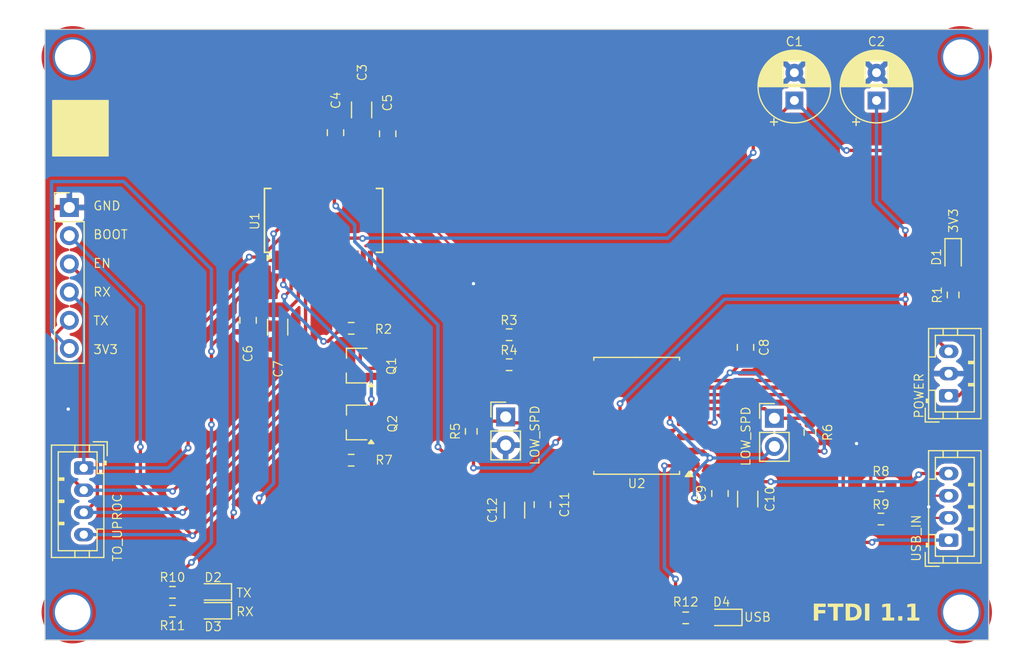
<source format=kicad_pcb>
(kicad_pcb (version 20240108) (generator "pcbnew") (generator_version "8.0")
  (layers (0 "F.Cu" signal) (31 "B.Cu" signal) (34 "B.Paste" user) (35 "F.Paste" user) (36 "B.SilkS" user "B.Silkscreen") (37 "F.SilkS" user "F.Silkscreen") (38 "B.Mask" user) (39 "F.Mask" user) (44 "Edge.Cuts" user))
  (net 0 "")
  (net 1 "GND")
  (net 2 "3V3")
  (net 3 "5V")
  (net 4 "Net-(U1-3V3OUT)")
  (net 8 "Net-(D1-A)")
  (net 11 "Net-(D2-A)")
  (net 15 "Net-(Q1-B)")
  (net 16 "Net-(Q2-B)")
  (net 19 "RX")
  (net 20 "TX")
  (net 21 "ENABLE")
  (net 22 "BOOT")
  (net 23 "CBUS1")
  (net 24 "CBUS0")
  (net 25 "DTR")
  (net 26 "RTS")
  (net 27 "USB_VBUS")
  (net 28 "USB_GND")
  (net 29 "D-")
  (net 30 "D+")
  (net 31 "USB_D-")
  (net 32 "USB_D+")
  (net 33 "Net-(D3-A)")
  (net 34 "SPD")
  (net 35 "SPU")
  (net 36 "VDD1")
  (net 37 "Net-(D4-A)")
  (net 38 "VDD2")
  (net 39 "Net-(U2-UD+)")
  (net 40 "Net-(U2-UD-)")
  (net 41 "Net-(U2-DD+)")
  (net 42 "Net-(U2-DD-)")
  (footprint "Capacitor_SMD:C_0805_2012Metric_Pad1.18x1.45mm_HandSolder" (layer "F.Cu") (at 149 92.1375 -90)
    (property "Reference" "C8" (at 0 -1.68 90) (layer "F.SilkS") (effects (font (size 0.8 0.8) (thickness 0.1))))
    (property "Value" "0.1U")
    (pad "1" smd roundrect (at -1.0375 0 270) (size 1.175 1.45) (layers "F.Cu" "F.Paste" "F.Mask") (roundrect_rratio 0.212766) (net 28 "USB_GND"))
    (pad "2" smd roundrect (at 1.0375 0 270) (size 1.175 1.45) (layers "F.Cu" "F.Paste" "F.Mask") (roundrect_rratio 0.212766) (net 36 "VDD1"))
  )
  (footprint "Resistor_SMD:R_0603_1608Metric_Pad0.98x0.95mm_HandSolder" (layer "F.Cu") (at 124.3 99.7 90)
    (property "Reference" "R5" (at 0 -1.43 90) (layer "F.SilkS") (effects (font (size 0.8 0.8) (thickness 0.1))))
    (property "Value" "4.7K")
    (pad "1" smd roundrect (at -0.9125 0 90) (size 0.975 0.95) (layers "F.Cu" "F.Paste" "F.Mask") (net 38 "VDD2"))
    (pad "2" smd roundrect (at 0.9125 0 90) (size 0.975 0.95) (layers "F.Cu" "F.Paste" "F.Mask") (net 34 "SPD"))
  )
  (footprint "Resistor_SMD:R_0603_1608Metric_Pad0.98x0.95mm_HandSolder" (layer "F.Cu") (at 161.2 107.6 180)
    (property "Reference" "R9" (at 0 1.3 0) (layer "F.SilkS") (effects (font (size 0.8 0.8) (thickness 0.1))))
    (property "Value" "24R")
    (pad "1" smd roundrect (at -0.9125 0 180) (size 0.975 0.95) (layers "F.Cu" "F.Paste" "F.Mask") (net 31 "USB_D-"))
    (pad "2" smd roundrect (at 0.9125 0 180) (size 0.975 0.95) (layers "F.Cu" "F.Paste" "F.Mask") (net 40 "Net-(U2-UD-)"))
  )
  (footprint "Resistor_SMD:R_0603_1608Metric_Pad0.98x0.95mm_HandSolder" (layer "F.Cu") (at 167.7 87.4125 90)
    (property "Reference" "R1" (at 0 -1.43 90) (layer "F.SilkS") (effects (font (size 0.8 0.8) (thickness 0.1))))
    (property "Value" "150R")
    (pad "1" smd roundrect (at -0.9125 0 90) (size 0.975 0.95) (layers "F.Cu" "F.Paste" "F.Mask") (net 2 "3V3"))
    (pad "2" smd roundrect (at 0.9125 0 90) (size 0.975 0.95) (layers "F.Cu" "F.Paste" "F.Mask") (net 8 "Net-(D1-A)"))
  )
  (footprint "Capacitor_SMD:C_0805_2012Metric_Pad1.18x1.45mm_HandSolder" (layer "F.Cu") (at 146.7 105.3 90)
    (property "Reference" "C9" (at 0 -1.68 90) (layer "F.SilkS") (effects (font (size 0.8 0.8) (thickness 0.1))))
    (property "Value" "0.1U")
    (pad "1" smd roundrect (at -1.0375 0 90) (size 1.175 1.45) (layers "F.Cu" "F.Paste" "F.Mask") (roundrect_rratio 0.212766) (net 28 "USB_GND"))
    (pad "2" smd roundrect (at 1.0375 0 90) (size 1.175 1.45) (layers "F.Cu" "F.Paste" "F.Mask") (roundrect_rratio 0.212766) (net 27 "USB_VBUS"))
  )
  (footprint "Package_TO_SOT_SMD:TSOT-23" (layer "F.Cu") (at 114.005 98.9233 180)
    (property "Reference" "Q2" (at -3.202102 -0.089616 90) (layer "F.SilkS") (effects (font (size 0.8 0.8) (thickness 0.1))))
    (property "Value" "2N3055")
    (pad "1" smd roundrect (at -1.31 -0.95 180) (size 1.22 0.65) (layers "F.Cu" "F.Paste" "F.Mask") (net 16 "Net-(Q2-B)"))
    (pad "2" smd roundrect (at -1.31 0.95 180) (size 1.22 0.65) (layers "F.Cu" "F.Paste" "F.Mask") (net 25 "DTR"))
    (pad "3" smd roundrect (at 1.31 0 180) (size 1.22 0.65) (layers "F.Cu" "F.Paste" "F.Mask") (net 22 "BOOT"))
  )
  (footprint "MountingHole:MountingHole_3.2mm_M3_DIN965_Pad_TopOnly" (layer "F.Cu") (at 88.4 66 90)
    (property "Reference" "H1" (hide yes))
    (property "Value" "MountingHole")
    (pad "1" thru_hole circle (at 0 0 90) (size 3.6 3.6) (drill 3.2) (layers "*.Cu" "*.Mask"))
    (pad "1" connect circle (at 0 0 90) (size 5.6 5.6) (layers "F.Cu" "F.Mask"))
  )
  (footprint "Capacitor_SMD:C_1206_3216Metric_Pad1.33x1.80mm_HandSolder" (layer "F.Cu") (at 149.2 105.8 90)
    (property "Reference" "C10" (at 0 2 90) (layer "F.SilkS") (effects (font (size 0.8 0.8) (thickness 0.1))))
    (property "Value" "10U")
    (pad "1" smd roundrect (at -1.5625 0 90) (size 1.325 1.8) (layers "F.Cu" "F.Paste" "F.Mask") (roundrect_rratio 0.188679) (net 28 "USB_GND"))
    (pad "2" smd roundrect (at 1.5625 0 90) (size 1.325 1.8) (layers "F.Cu" "F.Paste" "F.Mask") (roundrect_rratio 0.188679) (net 27 "USB_VBUS"))
  )
  (footprint "Connector_PinHeader_2.54mm:PinHeader_1x06_P2.54mm_Vertical" (layer "F.Cu") (at 88.1 79.54)
    (property "Reference" "J1" (hide yes))
    (property "Value" "Conn_01x06_Pin")
    (pad "1" thru_hole rect (at 0 0) (size 1.7 1.7) (drill 1) (layers "*.Cu" "*.Mask") (net 1 "GND"))
    (pad "2" thru_hole oval (at 0 2.54) (size 1.7 1.7) (drill 1) (layers "*.Cu" "*.Mask") (net 22 "BOOT"))
    (pad "3" thru_hole oval (at 0 5.08) (size 1.7 1.7) (drill 1) (layers "*.Cu" "*.Mask") (net 21 "ENABLE"))
    (pad "4" thru_hole oval (at 0 7.62) (size 1.7 1.7) (drill 1) (layers "*.Cu" "*.Mask") (net 19 "RX"))
    (pad "5" thru_hole oval (at 0 10.16) (size 1.7 1.7) (drill 1) (layers "*.Cu" "*.Mask") (net 20 "TX"))
    (pad "6" thru_hole oval (at 0 12.7) (size 1.7 1.7) (drill 1) (layers "*.Cu" "*.Mask") (net 2 "3V3"))
  )
  (footprint "Capacitor_SMD:C_0805_2012Metric_Pad1.18x1.45mm_HandSolder" (layer "F.Cu") (at 104.2 89.7 -90)
    (property "Reference" "C6" (at 3 0.014578 90) (layer "F.SilkS") (effects (font (size 0.8 0.8) (thickness 0.1))))
    (property "Value" "0.1U")
    (pad "1" smd roundrect (at -1.0375 0 270) (size 1.175 1.45) (layers "F.Cu" "F.Paste" "F.Mask") (roundrect_rratio 0.2127659574) (net 2 "3V3"))
    (pad "2" smd roundrect (at 1.0375 0 270) (size 1.175 1.45) (layers "F.Cu" "F.Paste" "F.Mask") (roundrect_rratio 0.2127659574) (net 1 "GND"))
  )
  (footprint "MountingHole:MountingHole_3.2mm_M3_DIN965_Pad_TopOnly" (layer "F.Cu") (at 88.4 116 90)
    (property "Reference" "H3" (hide yes))
    (property "Value" "MountingHole")
    (pad "1" thru_hole circle (at 0 0 90) (size 3.6 3.6) (drill 3.2) (layers "*.Cu" "*.Mask"))
    (pad "1" connect circle (at 0 0 90) (size 5.6 5.6) (layers "F.Cu" "F.Mask"))
  )
  (footprint "MountingHole:MountingHole_3.2mm_M3_DIN965_Pad_TopOnly" (layer "F.Cu") (at 168.4 66 90)
    (property "Reference" "H2" (hide yes))
    (property "Value" "MountingHole")
    (pad "1" thru_hole circle (at 0 0 90) (size 3.6 3.6) (drill 3.2) (layers "*.Cu" "*.Mask"))
    (pad "1" connect circle (at 0 0 90) (size 5.6 5.6) (layers "F.Cu" "F.Mask"))
  )
  (footprint "LED_SMD:LED_0603_1608Metric_Pad1.05x0.95mm_HandSolder" (layer "F.Cu") (at 101.05 114.16 180)
    (property "Reference" "D2" (at 0 1.3 0) (layer "F.SilkS") (effects (font (size 0.8 0.8) (thickness 0.1))))
    (property "Value" "YELLOW")
    (pad "1" smd roundrect (at -0.875 0 180) (size 1.05 0.95) (layers "F.Cu" "F.Paste" "F.Mask") (net 23 "CBUS1"))
    (pad "2" smd roundrect (at 0.875 0 180) (size 1.05 0.95) (layers "F.Cu" "F.Paste" "F.Mask") (net 11 "Net-(D2-A)"))
  )
  (footprint "Resistor_SMD:R_0603_1608Metric_Pad0.98x0.95mm_HandSolder" (layer "F.Cu") (at 113.485 102.3 180)
    (property "Reference" "R7" (at -2.962102 0.01 0) (layer "F.SilkS") (effects (font (size 0.8 0.8) (thickness 0.1))))
    (property "Value" "10K")
    (pad "1" smd roundrect (at -0.9125 0 180) (size 0.975 0.95) (layers "F.Cu" "F.Paste" "F.Mask") (net 25 "DTR"))
    (pad "2" smd roundrect (at 0.9125 0 180) (size 0.975 0.95) (layers "F.Cu" "F.Paste" "F.Mask") (net 15 "Net-(Q1-B)"))
  )
  (footprint "Package_SO:SOIC-16W_7.5x10.3mm_P1.27mm" (layer "F.Cu") (at 139.2 98.3 180)
    (property "Reference" "U2" (at 0 -6.1 0) (layer "F.SilkS") (effects (font (size 0.8 0.8) (thickness 0.1))))
    (property "Value" "ADUM3160")
    (pad "1" smd roundrect (at -4.65 -4.445 180) (size 2.05 0.6) (layers "F.Cu" "F.Paste" "F.Mask") (net 27 "USB_VBUS"))
    (pad "2" smd roundrect (at -4.65 -3.175 180) (size 2.05 0.6) (layers "F.Cu" "F.Paste" "F.Mask") (net 28 "USB_GND"))
    (pad "3" smd roundrect (at -4.65 -1.905 180) (size 2.05 0.6) (layers "F.Cu" "F.Paste" "F.Mask") (net 36 "VDD1"))
    (pad "4" smd roundrect (at -4.65 -0.635 180) (size 2.05 0.6) (layers "F.Cu" "F.Paste" "F.Mask") (net 36 "VDD1"))
    (pad "5" smd roundrect (at -4.65 0.635 180) (size 2.05 0.6) (layers "F.Cu" "F.Paste" "F.Mask") (net 35 "SPU"))
    (pad "6" smd roundrect (at -4.65 1.905 180) (size 2.05 0.6) (layers "F.Cu" "F.Paste" "F.Mask") (net 40 "Net-(U2-UD-)"))
    (pad "7" smd roundrect (at -4.65 3.175 180) (size 2.05 0.6) (layers "F.Cu" "F.Paste" "F.Mask") (net 39 "Net-(U2-UD+)"))
    (pad "8" smd roundrect (at -4.65 4.445 180) (size 2.05 0.6) (layers "F.Cu" "F.Paste" "F.Mask") (net 28 "USB_GND"))
    (pad "9" smd roundrect (at 4.65 4.445 180) (size 2.05 0.6) (layers "F.Cu" "F.Paste" "F.Mask") (net 1 "GND"))
    (pad "10" smd roundrect (at 4.65 3.175 180) (size 2.05 0.6) (layers "F.Cu" "F.Paste" "F.Mask") (net 41 "Net-(U2-DD+)"))
    (pad "11" smd roundrect (at 4.65 1.905 180) (size 2.05 0.6) (layers "F.Cu" "F.Paste" "F.Mask") (net 42 "Net-(U2-DD-)"))
    (pad "12" smd roundrect (at 4.65 0.635 180) (size 2.05 0.6) (layers "F.Cu" "F.Paste" "F.Mask") (net 38 "VDD2"))
    (pad "13" smd roundrect (at 4.65 -0.635 180) (size 2.05 0.6) (layers "F.Cu" "F.Paste" "F.Mask") (net 34 "SPD"))
    (pad "14" smd roundrect (at 4.65 -1.905 180) (size 2.05 0.6) (layers "F.Cu" "F.Paste" "F.Mask") (net 38 "VDD2"))
    (pad "15" smd roundrect (at 4.65 -3.175 180) (size 2.05 0.6) (layers "F.Cu" "F.Paste" "F.Mask") (net 1 "GND"))
    (pad "16" smd roundrect (at 4.65 -4.445 180) (size 2.05 0.6) (layers "F.Cu" "F.Paste" "F.Mask") (net 3 "5V"))
  )
  (footprint "Connector_PinHeader_2.54mm:PinHeader_1x02_P2.54mm_Vertical" (layer "F.Cu") (at 151.6 98.525)
    (property "Reference" "J4" (hide yes))
    (property "Value" "Conn_01x02_Pin")
    (pad "1" thru_hole rect (at 0 0) (size 1.7 1.7) (drill 1) (layers "*.Cu" "*.Mask") (net 35 "SPU"))
    (pad "2" thru_hole oval (at 0 2.54) (size 1.7 1.7) (drill 1) (layers "*.Cu" "*.Mask") (net 28 "USB_GND"))
  )
  (footprint "Resistor_SMD:R_0603_1608Metric_Pad0.98x0.95mm_HandSolder" (layer "F.Cu") (at 143.6125 116.5)
    (property "Reference" "R12" (at 0 -1.43 0) (layer "F.SilkS") (effects (font (size 0.8 0.8) (thickness 0.1))))
    (property "Value" "500R")
    (pad "1" smd roundrect (at -0.9125 0) (size 0.975 0.95) (layers "F.Cu" "F.Paste" "F.Mask") (net 27 "USB_VBUS"))
    (pad "2" smd roundrect (at 0.9125 0) (size 0.975 0.95) (layers "F.Cu" "F.Paste" "F.Mask") (net 37 "Net-(D4-A)"))
  )
  (footprint "Capacitor_SMD:C_1206_3216Metric_Pad1.33x1.80mm_HandSolder" (layer "F.Cu") (at 106.8646 90.3154 -90)
    (property "Reference" "C7" (at 3.767234 -0.05 90) (layer "F.SilkS") (effects (font (size 0.8 0.8) (thickness 0.1))))
    (property "Value" "10U")
    (pad "1" smd roundrect (at -1.5625 0 270) (size 1.325 1.8) (layers "F.Cu" "F.Paste" "F.Mask") (roundrect_rratio 0.1886792453) (net 2 "3V3"))
    (pad "2" smd roundrect (at 1.5625 0 270) (size 1.325 1.8) (layers "F.Cu" "F.Paste" "F.Mask") (roundrect_rratio 0.1886792453) (net 1 "GND"))
  )
  (footprint "Capacitor_THT:CP_Radial_D6.3mm_P2.50mm" (layer "F.Cu") (at 153.4 69.9 90)
    (property "Reference" "C1" (at 5.3 0 0) (layer "F.SilkS") (effects (font (size 0.8 0.8) (thickness 0.1))))
    (property "Value" "470u")
    (pad "1" thru_hole rect (at 0 0 90) (size 1.6 1.6) (drill 0.8) (layers "*.Cu" "*.Mask") (net 2 "3V3"))
    (pad "2" thru_hole circle (at 2.5 0 90) (size 1.6 1.6) (drill 0.8) (layers "*.Cu" "*.Mask") (net 1 "GND"))
  )
  (footprint "Resistor_SMD:R_0603_1608Metric_Pad0.98x0.95mm_HandSolder" (layer "F.Cu") (at 97.3875 114.2)
    (property "Reference" "R10" (at 0 -1.35 0) (layer "F.SilkS") (effects (font (size 0.8 0.8) (thickness 0.1))))
    (property "Value" "430R")
    (pad "1" smd roundrect (at -0.9125 0) (size 0.975 0.95) (layers "F.Cu" "F.Paste" "F.Mask") (net 2 "3V3"))
    (pad "2" smd roundrect (at 0.9125 0) (size 0.975 0.95) (layers "F.Cu" "F.Paste" "F.Mask") (net 11 "Net-(D2-A)"))
  )
  (footprint "Connector_PinHeader_2.54mm:PinHeader_1x02_P2.54mm_Vertical" (layer "F.Cu") (at 127.4 98.4)
    (property "Reference" "J3" (hide yes))
    (property "Value" "Conn_01x02_Pin")
    (pad "1" thru_hole rect (at 0 0) (size 1.7 1.7) (drill 1) (layers "*.Cu" "*.Mask") (net 34 "SPD"))
    (pad "2" thru_hole oval (at 0 2.54) (size 1.7 1.7) (drill 1) (layers "*.Cu" "*.Mask") (net 1 "GND"))
  )
  (footprint "Resistor_SMD:R_0603_1608Metric_Pad0.98x0.95mm_HandSolder" (layer "F.Cu") (at 113.485 90.4233)
    (property "Reference" "R2" (at 2.912102 0.0767 0) (layer "F.SilkS") (effects (font (size 0.8 0.8) (thickness 0.1))))
    (property "Value" "10K")
    (pad "1" smd roundrect (at -0.9125 0) (size 0.975 0.95) (layers "F.Cu" "F.Paste" "F.Mask") (net 26 "RTS"))
    (pad "2" smd roundrect (at 0.9125 0) (size 0.975 0.95) (layers "F.Cu" "F.Paste" "F.Mask") (net 16 "Net-(Q2-B)"))
  )
  (footprint "Connector_JST:JST_PH_B4B-PH-K_1x04_P2.00mm_Vertical" (layer "F.Cu") (at 167.3 109.5 90)
    (property "Reference" "J6" (hide yes))
    (property "Value" "Conn_01x04_Pin")
    (pad "1" thru_hole roundrect (at 0 0 90) (size 1.2 1.75) (drill 0.75) (layers "*.Cu" "*.Mask") (roundrect_rratio 0.208333) (net 28 "USB_GND"))
    (pad "2" thru_hole oval (at 2 0 90) (size 1.2 1.75) (drill 0.75) (layers "*.Cu" "*.Mask") (net 31 "USB_D-"))
    (pad "3" thru_hole oval (at 4 0 90) (size 1.2 1.75) (drill 0.75) (layers "*.Cu" "*.Mask") (net 32 "USB_D+"))
    (pad "4" thru_hole oval (at 6 0 90) (size 1.2 1.75) (drill 0.75) (layers "*.Cu" "*.Mask") (net 27 "USB_VBUS"))
  )
  (footprint "Connector_JST:JST_PH_B3B-PH-K_1x03_P2.00mm_Vertical" (layer "F.Cu") (at 167.3 96.5 90)
    (property "Reference" "J2" (hide yes))
    (property "Value" "Conn_01x03_Pin")
    (pad "1" thru_hole roundrect (at 0 0 90) (size 1.2 1.75) (drill 0.75) (layers "*.Cu" "*.Mask") (roundrect_rratio 0.208333) (net 2 "3V3"))
    (pad "2" thru_hole oval (at 2 0 90) (size 1.2 1.75) (drill 0.75) (layers "*.Cu" "*.Mask") (net 1 "GND"))
    (pad "3" thru_hole oval (at 4 0 90) (size 1.2 1.75) (drill 0.75) (layers "*.Cu" "*.Mask") (net 3 "5V"))
  )
  (footprint "Resistor_SMD:R_0603_1608Metric_Pad0.98x0.95mm_HandSolder" (layer "F.Cu") (at 154.8 99.8 90)
    (property "Reference" "R6" (at 0 1.6 90) (layer "F.SilkS") (effects (font (size 0.8 0.8) (thickness 0.1))))
    (property "Value" "4.7K")
    (pad "1" smd roundrect (at -0.9125 0 90) (size 0.975 0.95) (layers "F.Cu" "F.Paste" "F.Mask") (net 36 "VDD1"))
    (pad "2" smd roundrect (at 0.9125 0 90) (size 0.975 0.95) (layers "F.Cu" "F.Paste" "F.Mask") (net 35 "SPU"))
  )
  (footprint "Resistor_SMD:R_0603_1608Metric_Pad0.98x0.95mm_HandSolder" (layer "F.Cu") (at 97.3875 115.9)
    (property "Reference" "R11" (at 0 1.3 0) (layer "F.SilkS") (effects (font (size 0.8 0.8) (thickness 0.1))))
    (property "Value" "150R")
    (pad "1" smd roundrect (at -0.9125 0) (size 0.975 0.95) (layers "F.Cu" "F.Paste" "F.Mask") (net 2 "3V3"))
    (pad "2" smd roundrect (at 0.9125 0) (size 0.975 0.95) (layers "F.Cu" "F.Paste" "F.Mask") (net 33 "Net-(D3-A)"))
  )
  (footprint "Capacitor_SMD:C_1206_3216Metric_Pad1.33x1.80mm_HandSolder" (layer "F.Cu") (at 128.2 106.8 -90)
    (property "Reference" "C12" (at 0 2 90) (layer "F.SilkS") (effects (font (size 0.8 0.8) (thickness 0.1))))
    (property "Value" "10U")
    (pad "1" smd roundrect (at -1.5625 0 270) (size 1.325 1.8) (layers "F.Cu" "F.Paste" "F.Mask") (roundrect_rratio 0.188679) (net 3 "5V"))
    (pad "2" smd roundrect (at 1.5625 0 270) (size 1.325 1.8) (layers "F.Cu" "F.Paste" "F.Mask") (roundrect_rratio 0.188679) (net 1 "GND"))
  )
  (footprint "Resistor_SMD:R_0603_1608Metric_Pad0.98x0.95mm_HandSolder" (layer "F.Cu") (at 127.7125 93.7 180)
    (property "Reference" "R4" (at 0.0125 1.3 0) (layer "F.SilkS") (effects (font (size 0.8 0.8) (thickness 0.1))))
    (property "Value" "24R")
    (pad "1" smd roundrect (at -0.9125 0 180) (size 0.975 0.95) (layers "F.Cu" "F.Paste" "F.Mask") (net 42 "Net-(U2-DD-)"))
    (pad "2" smd roundrect (at 0.9125 0 180) (size 0.975 0.95) (layers "F.Cu" "F.Paste" "F.Mask") (net 29 "D-"))
  )
  (footprint "Capacitor_SMD:C_0805_2012Metric_Pad1.18x1.45mm_HandSolder" (layer "F.Cu") (at 116.775 72.9 90)
    (property "Reference" "C5" (at 2.8 -0.025 90) (layer "F.SilkS") (effects (font (size 0.8 0.8) (thickness 0.1))))
    (property "Value" "0.1U")
    (pad "1" smd roundrect (at -1.0375 0 90) (size 1.175 1.45) (layers "F.Cu" "F.Paste" "F.Mask") (roundrect_rratio 0.2127659574) (net 4 "Net-(U1-3V3OUT)"))
    (pad "2" smd roundrect (at 1.0375 0 90) (size 1.175 1.45) (layers "F.Cu" "F.Paste" "F.Mask") (roundrect_rratio 0.2127659574) (net 1 "GND"))
  )
  (footprint "Capacitor_THT:CP_Radial_D6.3mm_P2.50mm" (layer "F.Cu") (at 160.8 69.9 90)
    (property "Reference" "C2" (at 5.3 0 0) (layer "F.SilkS") (effects (font (size 0.8 0.8) (thickness 0.1))))
    (property "Value" "470u")
    (pad "1" thru_hole rect (at 0 0 90) (size 1.6 1.6) (drill 0.8) (layers "*.Cu" "*.Mask") (net 3 "5V"))
    (pad "2" thru_hole circle (at 2.5 0 90) (size 1.6 1.6) (drill 0.8) (layers "*.Cu" "*.Mask") (net 1 "GND"))
  )
  (footprint "Capacitor_SMD:C_1206_3216Metric_Pad1.33x1.80mm_HandSolder" (layer "F.Cu") (at 114.425 70.75 90)
    (property "Reference" "C3" (at 3.3625 0.0475 90) (layer "F.SilkS") (effects (font (size 0.8 0.8) (thickness 0.1))))
    (property "Value" "10U")
    (pad "1" smd roundrect (at -1.5625 0 90) (size 1.325 1.8) (layers "F.Cu" "F.Paste" "F.Mask") (roundrect_rratio 0.1886792453) (net 3 "5V"))
    (pad "2" smd roundrect (at 1.5625 0 90) (size 1.325 1.8) (layers "F.Cu" "F.Paste" "F.Mask") (roundrect_rratio 0.1886792453) (net 1 "GND"))
  )
  (footprint "Resistor_SMD:R_0603_1608Metric_Pad0.98x0.95mm_HandSolder" (layer "F.Cu") (at 161.2 104.6 180)
    (property "Reference" "R8" (at 0 1.3 0) (layer "F.SilkS") (effects (font (size 0.8 0.8) (thickness 0.1))))
    (property "Value" "24R")
    (pad "1" smd roundrect (at -0.9125 0 180) (size 0.975 0.95) (layers "F.Cu" "F.Paste" "F.Mask") (net 32 "USB_D+"))
    (pad "2" smd roundrect (at 0.9125 0 180) (size 0.975 0.95) (layers "F.Cu" "F.Paste" "F.Mask") (net 39 "Net-(U2-UD+)"))
  )
  (footprint "LED_SMD:LED_0603_1608Metric_Pad1.05x0.95mm_HandSolder" (layer "F.Cu") (at 167.7 84 -90)
    (property "Reference" "D1" (at 0 1.5 90) (layer "F.SilkS") (effects (font (size 0.8 0.8) (thickness 0.1))))
    (property "Value" "BLUE")
    (pad "1" smd roundrect (at -0.875 0 270) (size 1.05 0.95) (layers "F.Cu" "F.Paste" "F.Mask") (net 1 "GND"))
    (pad "2" smd roundrect (at 0.875 0 270) (size 1.05 0.95) (layers "F.Cu" "F.Paste" "F.Mask") (net 8 "Net-(D1-A)"))
  )
  (footprint "LED_SMD:LED_0603_1608Metric_Pad1.05x0.95mm_HandSolder" (layer "F.Cu") (at 101.05 115.86 180)
    (property "Reference" "D3" (at 0 -1.43 0) (layer "F.SilkS") (effects (font (size 0.8 0.8) (thickness 0.1))))
    (property "Value" "BLUE")
    (pad "1" smd roundrect (at -0.875 0 180) (size 1.05 0.95) (layers "F.Cu" "F.Paste" "F.Mask") (net 24 "CBUS0"))
    (pad "2" smd roundrect (at 0.875 0 180) (size 1.05 0.95) (layers "F.Cu" "F.Paste" "F.Mask") (net 33 "Net-(D3-A)"))
  )
  (footprint "Package_TO_SOT_SMD:TSOT-23" (layer "F.Cu") (at 114.005 93.8 180)
    (property "Reference" "Q1" (at -3.1075 -0.0233 90) (layer "F.SilkS") (effects (font (size 0.8 0.8) (thickness 0.1))))
    (property "Value" "2N3055")
    (pad "1" smd roundrect (at -1.31 -0.95 180) (size 1.22 0.65) (layers "F.Cu" "F.Paste" "F.Mask") (net 15 "Net-(Q1-B)"))
    (pad "2" smd roundrect (at -1.31 0.95 180) (size 1.22 0.65) (layers "F.Cu" "F.Paste" "F.Mask") (net 26 "RTS"))
    (pad "3" smd roundrect (at 1.31 0 180) (size 1.22 0.65) (layers "F.Cu" "F.Paste" "F.Mask") (net 21 "ENABLE"))
  )
  (footprint "Capacitor_SMD:C_0805_2012Metric_Pad1.18x1.45mm_HandSolder" (layer "F.Cu") (at 112.075 72.8 90)
    (property "Reference" "C4" (at 2.9125 0.025 90) (layer "F.SilkS") (effects (font (size 0.8 0.8) (thickness 0.1))))
    (property "Value" "0.1U")
    (pad "1" smd roundrect (at -1.0375 0 90) (size 1.175 1.45) (layers "F.Cu" "F.Paste" "F.Mask") (roundrect_rratio 0.2127659574) (net 3 "5V"))
    (pad "2" smd roundrect (at 1.0375 0 90) (size 1.175 1.45) (layers "F.Cu" "F.Paste" "F.Mask") (roundrect_rratio 0.2127659574) (net 1 "GND"))
  )
  (footprint "MountingHole:MountingHole_3.2mm_M3_DIN965_Pad_TopOnly" (layer "F.Cu") (at 168.4 116 90)
    (property "Reference" "H4" (hide yes))
    (property "Value" "MountingHole")
    (pad "1" thru_hole circle (at 0 0 90) (size 3.6 3.6) (drill 3.2) (layers "*.Cu" "*.Mask"))
    (pad "1" connect circle (at 0 0 90) (size 5.6 5.6) (layers "F.Cu" "F.Mask"))
  )
  (footprint "Connector_JST:JST_PH_B4B-PH-K_1x04_P2.00mm_Vertical" (layer "F.Cu") (at 89.4 103 -90)
    (property "Reference" "J5" (hide yes))
    (property "Value" "Conn_01x04_Pin")
    (pad "1" thru_hole roundrect (at 0 0 270) (size 1.2 1.75) (drill 0.75) (layers "*.Cu" "*.Mask") (roundrect_rratio 0.208333) (net 19 "RX"))
    (pad "2" thru_hole oval (at 2 0 270) (size 1.2 1.75) (drill 0.75) (layers "*.Cu" "*.Mask") (net 20 "TX"))
    (pad "3" thru_hole oval (at 4 0 270) (size 1.2 1.75) (drill 0.75) (layers "*.Cu" "*.Mask") (net 21 "ENABLE"))
    (pad "4" thru_hole oval (at 6 0 270) (size 1.2 1.75) (drill 0.75) (layers "*.Cu" "*.Mask") (net 22 "BOOT"))
  )
  (footprint "Package_SO:SSOP-28_5.3x10.2mm_P0.65mm" (layer "F.Cu") (at 111 80.7 90)
    (property "Reference" "U1" (at -0.0625 -6.2 90) (layer "F.SilkS") (effects (font (size 0.8 0.8) (thickness 0.1))))
    (property "Value" "FT232RL")
    (pad "1" smd rect (at -3.6 -4.225 90) (size 1.75 0.45) (layers "F.Cu" "F.Paste" "F.Mask") (net 19 "RX"))
    (pad "2" smd rect (at -3.6 -3.575 90) (size 1.75 0.45) (layers "F.Cu" "F.Paste" "F.Mask") (net 25 "DTR"))
    (pad "3" smd rect (at -3.6 -2.925 90) (size 1.75 0.45) (layers "F.Cu" "F.Paste" "F.Mask") (net 26 "RTS"))
    (pad "4" smd rect (at -3.6 -2.275 90) (size 1.75 0.45) (layers "F.Cu" "F.Paste" "F.Mask") (net 2 "3V3"))
    (pad "5" smd rect (at -3.6 -1.625 90) (size 1.75 0.45) (layers "F.Cu" "F.Paste" "F.Mask") (net 20 "TX"))
    (pad "6" smd rect (at -3.6 -0.975 90) (size 1.75 0.45) (layers "F.Cu" "F.Paste" "F.Mask"))
    (pad "7" smd rect (at -3.6 -0.325 90) (size 1.75 0.45) (layers "F.Cu" "F.Paste" "F.Mask") (net 1 "GND"))
    (pad "8" smd rect (at -3.6 0.325 90) (size 1.75 0.45) (layers "F.Cu" "F.Paste" "F.Mask"))
    (pad "9" smd rect (at -3.6 0.975 90) (size 1.75 0.45) (layers "F.Cu" "F.Paste" "F.Mask"))
    (pad "10" smd rect (at -3.6 1.625 90) (size 1.75 0.45) (layers "F.Cu" "F.Paste" "F.Mask"))
    (pad "11" smd rect (at -3.6 2.275 90) (size 1.75 0.45) (layers "F.Cu" "F.Paste" "F.Mask"))
    (pad "12" smd rect (at -3.6 2.925 90) (size 1.75 0.45) (layers "F.Cu" "F.Paste" "F.Mask"))
    (pad "13" smd rect (at -3.6 3.575 90) (size 1.75 0.45) (layers "F.Cu" "F.Paste" "F.Mask"))
    (pad "14" smd rect (at -3.6 4.225 90) (size 1.75 0.45) (layers "F.Cu" "F.Paste" "F.Mask"))
    (pad "15" smd rect (at 3.6 4.225 90) (size 1.75 0.45) (layers "F.Cu" "F.Paste" "F.Mask") (net 30 "D+"))
    (pad "16" smd rect (at 3.6 3.575 90) (size 1.75 0.45) (layers "F.Cu" "F.Paste" "F.Mask") (net 29 "D-"))
    (pad "17" smd rect (at 3.6 2.925 90) (size 1.75 0.45) (layers "F.Cu" "F.Paste" "F.Mask") (net 4 "Net-(U1-3V3OUT)"))
    (pad "18" smd rect (at 3.6 2.275 90) (size 1.75 0.45) (layers "F.Cu" "F.Paste" "F.Mask") (net 1 "GND"))
    (pad "19" smd rect (at 3.6 1.625 90) (size 1.75 0.45) (layers "F.Cu" "F.Paste" "F.Mask"))
    (pad "20" smd rect (at 3.6 0.975 90) (size 1.75 0.45) (layers "F.Cu" "F.Paste" "F.Mask") (net 3 "5V"))
    (pad "21" smd rect (at 3.6 0.325 90) (size 1.75 0.45) (layers "F.Cu" "F.Paste" "F.Mask") (net 1 "GND"))
    (pad "22" smd rect (at 3.6 -0.325 90) (size 1.75 0.45) (layers "F.Cu" "F.Paste" "F.Mask") (net 23 "CBUS1"))
    (pad "23" smd rect (at 3.6 -0.975 90) (size 1.75 0.45) (layers "F.Cu" "F.Paste" "F.Mask") (net 24 "CBUS0"))
    (pad "24" smd rect (at 3.6 -1.625 90) (size 1.75 0.45) (layers "F.Cu" "F.Paste" "F.Mask"))
    (pad "25" smd rect (at 3.6 -2.275 90) (size 1.75 0.45) (layers "F.Cu" "F.Paste" "F.Mask") (net 1 "GND"))
    (pad "26" smd rect (at 3.6 -2.925 90) (size 1.75 0.45) (layers "F.Cu" "F.Paste" "F.Mask") (net 1 "GND"))
    (pad "27" smd rect (at 3.6 -3.575 90) (size 1.75 0.45) (layers "F.Cu" "F.Paste" "F.Mask"))
    (pad "28" smd rect (at 3.6 -4.225 90) (size 1.75 0.45) (layers "F.Cu" "F.Paste" "F.Mask"))
  )
  (footprint "LED_SMD:LED_0603_1608Metric_Pad1.05x0.95mm_HandSolder" (layer "F.Cu") (at 147.024365 116.46 180)
    (property "Reference" "D4" (at 0.175 1.39 360) (layer "F.SilkS") (effects (font (size 0.8 0.8) (thickness 0.1))))
    (property "Value" "RED")
    (pad "1" smd roundrect (at -0.875 0 180) (size 1.05 0.95) (layers "F.Cu" "F.Paste" "F.Mask") (net 28 "USB_GND"))
    (pad "2" smd roundrect (at 0.875 0 180) (size 1.05 0.95) (layers "F.Cu" "F.Paste" "F.Mask") (net 37 "Net-(D4-A)"))
  )
  (footprint "Capacitor_SMD:C_0805_2012Metric_Pad1.18x1.45mm_HandSolder" (layer "F.Cu") (at 130.7 106.3 -90)
    (property "Reference" "C11" (at 0 -2 90) (layer "F.SilkS") (effects (font (size 0.8 0.8) (thickness 0.1))))
    (property "Value" "0.1U")
    (pad "1" smd roundrect (at -1.0375 0 270) (size 1.175 1.45) (layers "F.Cu" "F.Paste" "F.Mask") (roundrect_rratio 0.212766) (net 3 "5V"))
    (pad "2" smd roundrect (at 1.0375 0 270) (size 1.175 1.45) (layers "F.Cu" "F.Paste" "F.Mask") (roundrect_rratio 0.212766) (net 1 "GND"))
  )
  (footprint "Resistor_SMD:R_0603_1608Metric_Pad0.98x0.95mm_HandSolder" (layer "F.Cu") (at 127.7125 91 180)
    (property "Reference" "R3" (at 0.0125 1.3 0) (layer "F.SilkS") (effects (font (size 0.8 0.8) (thickness 0.1))))
    (property "Value" "24R")
    (pad "1" smd roundrect (at -0.9125 0 180) (size 0.975 0.95) (layers "F.Cu" "F.Paste" "F.Mask") (net 41 "Net-(U2-DD+)"))
    (pad "2" smd roundrect (at 0.9125 0 180) (size 0.975 0.95) (layers "F.Cu" "F.Paste" "F.Mask") (net 30 "D+"))
  )
  (gr_rect (start 86.6 69.9) (end 91.6 74.9) (stroke (width 0.1)) (fill solid) (layer "F.SilkS"))
  (gr_line (start 170.9 63.5) (end 170.9 118.5) (stroke (width 0.1)) (layer "Edge.Cuts"))
  (gr_line (start 85.9 63.5) (end 170.9 63.5) (stroke (width 0.1)) (layer "Edge.Cuts"))
  (gr_line (start 85.9 118.5) (end 85.9 63.5) (stroke (width 0.1)) (layer "Edge.Cuts"))
  (gr_line (start 170.9 118.5) (end 85.9 118.5) (stroke (width 0.1)) (layer "Edge.Cuts"))
  (gr_text "POWER\n" (at 165.1 98.6 90) (layer "F.SilkS") (effects (font (size 0.8 0.8) (thickness 0.1)) (justify left bottom)))
  (gr_text "TX\n" (at 103.075 114.25 0) (layer "F.SilkS") (effects (font (size 0.8 0.8) (thickness 0.1)) (justify left)))
  (gr_text "BOOT" (at 90.2 82.448 0) (layer "F.SilkS") (effects (font (size 0.8 0.8) (thickness 0.1)) (justify left bottom)))
  (gr_text "TO_UPROC" (at 92.9 111.5 90) (layer "F.SilkS") (effects (font (size 0.8 0.8) (thickness 0.1)) (justify left bottom)))
  (gr_text "LOW_SPD" (at 130.5 102.8 90) (layer "F.SilkS") (effects (font (size 0.8 0.8) (thickness 0.1)) (justify left bottom)))
  (gr_text "RX\n" (at 103.075 115.95 0) (layer "F.SilkS") (effects (font (size 0.8 0.8) (thickness 0.1)) (justify left)))
  (gr_text "3V3" (at 168.2 81.9 90) (layer "F.SilkS") (effects (font (size 0.8 0.8) (thickness 0.1)) (justify left bottom)))
  (gr_text "RX" (at 90.2 87.624 0) (layer "F.SilkS") (effects (font (size 0.8 0.8) (thickness 0.1)) (justify left bottom)))
  (gr_text "3V3" (at 90.2 92.8 0) (layer "F.SilkS") (effects (font (size 0.8 0.8) (thickness 0.1)) (justify left bottom)))
  (gr_text "USB_IN" (at 164.85 111.5 90) (layer "F.SilkS") (effects (font (size 0.8 0.8) (thickness 0.1)) (justify left bottom)))
  (gr_text "FTDI 1.1" (at 164.8 117 0) (layer "F.SilkS") (effects (font (size 1.5 1.5) (thickness 0.2) (bold yes)) (justify right bottom)))
  (gr_text "USB" (at 148.8125 116.9 0) (layer "F.SilkS") (effects (font (size 0.8 0.8) (thickness 0.1)) (justify left bottom)))
  (gr_text "LOW_SPD" (at 149.5 102.9 90) (layer "F.SilkS") (effects (font (size 0.8 0.8) (thickness 0.1)) (justify left bottom)))
  (gr_text "TX" (at 90.2 90.212 0) (layer "F.SilkS") (effects (font (size 0.8 0.8) (thickness 0.1)) (justify left bottom)))
  (gr_text "EN" (at 90.2 85.036 0) (layer "F.SilkS") (effects (font (size 0.8 0.8) (thickness 0.1)) (justify left bottom)))
  (gr_text "GND\n" (at 90.2 79.86 0) (layer "F.SilkS") (effects (font (size 0.8 0.8) (thickness 0.1)) (justify left bottom)))
  (via (at 124.5 86.4) (size 0.6) (drill 0.3) (layers "F.Cu" "B.Cu") (net 1))
  (via (at 88 97.7) (size 0.6) (drill 0.3) (layers "F.Cu" "B.Cu") (net 1))
  (via (at 165.5 106.5) (size 0.6) (drill 0.3) (layers "F.Cu" "B.Cu") (net 1))
  (via (at 159 100.8) (size 0.6) (drill 0.3) (layers "F.Cu" "B.Cu") (net 1))
  (segment (start 165 74.4) (end 158.1 74.4) (width 0.3) (layer "F.Cu") (net 2))
  (segment (start 104.2 88.6625) (end 100.9 91.9625) (width 0.3) (layer "F.Cu") (net 2))
  (segment (start 168.625 87.4) (end 168.625 78.025) (width 0.3) (layer "F.Cu") (net 2))
  (segment (start 167.7 89.8) (end 169.1 91.2) (width 0.3) (layer "F.Cu") (net 2))
  (segment (start 99.1 111.5) (end 96.475 114.125) (width 0.3) (layer "F.Cu") (net 2))
  (segment (start 108.725 84.3) (end 108.725 83.05) (width 0.3) (layer "F.Cu") (net 2))
  (segment (start 149.7 74.6) (end 149.7 73.6) (width 0.3) (layer "F.Cu") (net 2))
  (segment (start 169.1 91.2) (end 169.1 95.6) (width 0.3) (layer "F.Cu") (net 2))
  (segment (start 108.725 87.7925) (end 107.7646 88.7529) (width 0.3) (layer "F.Cu") (net 2))
  (segment (start 96.475 115.9) (end 96.475 114.2) (width 0.3) (layer "F.Cu") (net 2))
  (segment (start 114.48076 82.3) (end 114.508974 82.328214) (width 0.3) (layer "F.Cu") (net 2))
  (segment (start 149.7 73.6) (end 153.4 69.9) (width 0.3) (layer "F.Cu") (net 2))
  (segment (start 167.7 88.325) (end 167.7 89.8) (width 0.3) (layer "F.Cu") (net 2))
  (segment (start 106.8646 88.7529) (end 104.2904 88.7529) (width 0.3) (layer "F.Cu") (net 2))
  (segment (start 167.7 88.325) (end 168.625 87.4) (width 0.3) (layer "F.Cu") (net 2))
  (segment (start 108.725 84.3) (end 108.725 87.7925) (width 0.3) (layer "F.Cu") (net 2))
  (segment (start 169.1 95.6) (end 168.2 96.5) (width 0.3) (layer "F.Cu") (net 2))
  (segment (start 109.475 82.3) (end 114.48076 82.3) (width 0.3) (layer "F.Cu") (net 2))
  (segment (start 107.7646 88.7529) (end 106.8646 88.7529) (width 0.3) (layer "F.Cu") (net 2))
  (segment (start 108.725 83.05) (end 109.475 82.3) (width 0.3) (layer "F.Cu") (net 2))
  (segment (start 100.9 92.5) (end 100.9 99.1) (width 0.3) (layer "F.Cu") (net 2))
  (segment (start 100.9 91.9625) (end 100.9 92.5) (width 0.3) (layer "F.Cu") (net 2))
  (segment (start 165 74.4) (end 168.625 78.025) (width 0.3) (layer "F.Cu") (net 2))
  (segment (start 168.2 96.5) (end 167.3 96.5) (width 0.3) (layer "F.Cu") (net 2))
  (via (at 99.1 111.5) (size 0.6) (drill 0.3) (layers "F.Cu" "B.Cu") (net 2))
  (via (at 158.1 74.4) (size 0.6) (drill 0.3) (layers "F.Cu" "B.Cu") (net 2))
  (via (at 149.7 74.6) (size 0.6) (drill 0.3) (layers "F.Cu" "B.Cu") (net 2))
  (via (at 100.9 92.5) (size 0.6) (drill 0.3) (layers "F.Cu" "B.Cu") (net 2))
  (via (at 100.9 99.1) (size 0.6) (drill 0.3) (layers "F.Cu" "B.Cu") (net 2))
  (via (at 114.508974 82.328214) (size 0.6) (drill 0.3) (layers "F.Cu" "B.Cu") (net 2))
  (segment (start 157.9 74.4) (end 153.4 69.9) (width 0.3) (layer "B.Cu") (net 2))
  (segment (start 114.537188 82.3) (end 114.508974 82.328214) (width 0.3) (layer "B.Cu") (net 2))
  (segment (start 93 77.2) (end 100.9 85.1) (width 0.3) (layer "B.Cu") (net 2))
  (segment (start 88.1 92.24) (end 86.5 90.64) (width 0.3) (layer "B.Cu") (net 2))
  (segment (start 86.5 90.64) (end 86.5 77.2) (width 0.3) (layer "B.Cu") (net 2))
  (segment (start 99.1 111.5) (end 100.9 109.7) (width 0.3) (layer "B.Cu") (net 2))
  (segment (start 100.9 85.1) (end 100.9 92.5) (width 0.3) (layer "B.Cu") (net 2))
  (segment (start 149.7 74.6) (end 142 82.3) (width 0.3) (layer "B.Cu") (net 2))
  (segment (start 86.5 77.2) (end 93 77.2) (width 0.3) (layer "B.Cu") (net 2))
  (segment (start 100.9 109.7) (end 100.9 99.1) (width 0.3) (layer "B.Cu") (net 2))
  (segment (start 142 82.3) (end 114.537188 82.3) (width 0.3) (layer "B.Cu") (net 2))
  (segment (start 158.1 74.4) (end 157.9 74.4) (width 0.3) (layer "B.Cu") (net 2))
  (segment (start 128.2 105.2375) (end 125.4375 105.2375) (width 0.3) (layer "F.Cu") (net 3))
  (segment (start 111.975 73.9375) (end 111.975 77.1) (width 0.3) (layer "F.Cu") (net 3))
  (segment (start 137.7 100.619999) (end 137.7 97.2) (width 0.3) (layer "F.Cu") (net 3))
  (segment (start 135.574999 102.745) (end 137.7 100.619999) (width 0.3) (layer "F.Cu") (net 3))
  (segment (start 113.6 72.3125) (end 112.075 73.8375) (width 0.3) (layer "F.Cu") (net 3))
  (segment (start 130.7 105.2625) (end 128.225 105.2625) (width 0.3) (layer "F.Cu") (net 3))
  (segment (start 163.4 87.8) (end 163.4 81.6) (width 0.3) (layer "F.Cu") (net 3))
  (segment (start 134.55 102.745) (end 135.574999 102.745) (width 0.3) (layer "F.Cu") (net 3))
  (segment (start 111.975 79.275) (end 111.975 77.1) (width 0.3) (layer "F.Cu") (net 3))
  (segment (start 132.0325 105.2625) (end 134.55 102.745) (width 0.3) (layer "F.Cu") (net 3))
  (segment (start 130.7 105.2625) (end 132.0325 105.2625) (width 0.3) (layer "F.Cu") (net 3))
  (segment (start 167.3 92.5) (end 163.4 88.6) (width 0.3) (layer "F.Cu") (net 3))
  (segment (start 114.425 72.3125) (end 113.6 72.3125) (width 0.3) (layer "F.Cu") (net 3))
  (segment (start 125.4375 105.2375) (end 121.3 101.1) (width 0.3) (layer "F.Cu") (net 3))
  (segment (start 112.1 79.4) (end 111.975 79.275) (width 0.3) (layer "F.Cu") (net 3))
  (segment (start 163.4 88.6) (end 163.4 87.8) (width 0.3) (layer "F.Cu") (net 3))
  (via (at 112.1 79.4) (size 0.6) (drill 0.3) (layers "F.Cu" "B.Cu") (net 3))
  (via (at 163.4 81.6) (size 0.6) (drill 0.3) (layers "F.Cu" "B.Cu") (net 3))
  (via (at 163.4 87.8) (size 0.6) (drill 0.3) (layers "F.Cu" "B.Cu") (net 3))
  (via (at 121.3 101.1) (size 0.6) (drill 0.3) (layers "F.Cu" "B.Cu") (net 3))
  (via (at 137.7 97.2) (size 0.6) (drill 0.3) (layers "F.Cu" "B.Cu") (net 3))
  (segment (start 147.1 87.8) (end 163.4 87.8) (width 0.3) (layer "B.Cu") (net 3))
  (segment (start 160.8 79) (end 160.8 69.9) (width 0.3) (layer "B.Cu") (net 3))
  (segment (start 137.7 97.2) (end 147.1 87.8) (width 0.3) (layer "B.Cu") (net 3))
  (segment (start 121.3 90.10919) (end 113.808974 82.618164) (width 0.3) (layer "B.Cu") (net 3))
  (segment (start 113.808974 82.618164) (end 113.808974 81.108974) (width 0.3) (layer "B.Cu") (net 3))
  (segment (start 163.4 81.6) (end 160.8 79) (width 0.3) (layer "B.Cu") (net 3))
  (segment (start 113.808974 81.108974) (end 112.1 79.4) (width 0.3) (layer "B.Cu") (net 3))
  (segment (start 121.3 101.1) (end 121.3 90.10919) (width 0.3) (layer "B.Cu") (net 3))
  (segment (start 116.775 73.9375) (end 115.709683 73.9375) (width 0.3) (layer "F.Cu") (net 4))
  (segment (start 113.925 75.722183) (end 113.925 77.1) (width 0.3) (layer "F.Cu") (net 4))
  (segment (start 115.709683 73.9375) (end 113.925 75.722183) (width 0.3) (layer "F.Cu") (net 4))
  (segment (start 167.7 86.5) (end 167.7 84.875) (width 0.3) (layer "F.Cu") (net 8))
  (segment (start 98.3 114.2) (end 100.135 114.2) (width 0.3) (layer "F.Cu") (net 11))
  (segment (start 113.755 96.31) (end 113.755 101.1175) (width 0.3) (layer "F.Cu") (net 15))
  (segment (start 113.755 101.1175) (end 112.5725 102.3) (width 0.3) (layer "F.Cu") (net 15))
  (segment (start 115.315 94.75) (end 113.755 96.31) (width 0.3) (layer "F.Cu") (net 15))
  (segment (start 114.925 94.025) (end 115.999998 94.025) (width 0.3) (layer "F.Cu") (net 16))
  (segment (start 116.4 94.425002) (end 116.4 98.7883) (width 0.3) (layer "F.Cu") (net 16))
  (segment (start 116.4 98.7883) (end 115.315 99.8733) (width 0.3) (layer "F.Cu") (net 16))
  (segment (start 114.305 90.5158) (end 114.305 93.405) (width 0.3) (layer "F.Cu") (net 16))
  (segment (start 114.305 93.405) (end 114.925 94.025) (width 0.3) (layer "F.Cu") (net 16))
  (segment (start 115.999998 94.025) (end 116.4 94.425002) (width 0.3) (layer "F.Cu") (net 16))
  (segment (start 105.867768 84.3) (end 98.8 91.367768) (width 0.3) (layer "F.Cu") (net 19))
  (segment (start 98.8 91.367768) (end 98.8 101.2) (width 0.3) (layer "F.Cu") (net 19))
  (segment (start 106.775 84.3) (end 105.867768 84.3) (width 0.3) (layer "F.Cu") (net 19))
  (via (at 98.8 101.2) (size 0.6) (drill 0.3) (layers "F.Cu" "B.Cu") (net 19))
  (segment (start 89.4 88.46) (end 89.4 103) (width 0.3) (layer "B.Cu") (net 19))
  (segment (start 88.1 87.16) (end 89.4 88.46) (width 0.3) (layer "B.Cu") (net 19))
  (segment (start 97 103) (end 89.4 103) (width 0.3) (layer "B.Cu") (net 19))
  (segment (start 98.8 101.2) (end 97 103) (width 0.3) (layer "B.Cu") (net 19))
  (segment (start 109.375 93.125) (end 97.4 105.1) (width 0.3) (layer "F.Cu") (net 20))
  (segment (start 86.9 90.9) (end 86.9 102.5) (width 0.3) (layer "F.Cu") (net 20))
  (segment (start 86.9 102.5) (end 89.4 105) (width 0.3) (layer "F.Cu") (net 20))
  (segment (start 109.375 84.3) (end 109.375 93.125) (width 0.3) (layer "F.Cu") (net 20))
  (segment (start 88.1 89.7) (end 86.9 90.9) (width 0.3) (layer "F.Cu") (net 20))
  (via (at 97.4 105.1) (size 0.6) (drill 0.3) (layers "F.Cu" "B.Cu") (net 20))
  (segment (start 89.4 105) (end 97.3 105) (width 0.3) (layer "B.Cu") (net 20))
  (segment (start 97.3 105) (end 97.4 105.1) (width 0.3) (layer "B.Cu") (net 20))
  (segment (start 90.625 105.725) (end 90.7 105.8) (width 0.3) (layer "F.Cu") (net 21))
  (segment (start 90.7 105.8) (end 89.5 107) (width 0.3) (layer "F.Cu") (net 21))
  (segment (start 112.695 93.8) (end 111.5 93.8) (width 0.3) (layer "F.Cu") (net 21))
  (segment (start 111.5 93.8) (end 98.3 107) (width 0.3) (layer "F.Cu") (net 21))
  (segment (start 88.1 84.62) (end 90.625 87.145) (width 0.3) (layer "F.Cu") (net 21))
  (segment (start 90.625 87.145) (end 90.625 105.725) (width 0.3) (layer "F.Cu") (net 21))
  (via (at 98.3 107) (size 0.6) (drill 0.3) (layers "F.Cu" "B.Cu") (net 21))
  (segment (start 98.3 107) (end 89.4 107) (width 0.3) (layer "B.Cu") (net 21))
  (segment (start 94.5 104.4) (end 99.2 109.1) (width 0.3) (layer "F.Cu") (net 22))
  (segment (start 94.5 101.1) (end 94.5 104.4) (width 0.3) (layer "F.Cu") (net 22))
  (segment (start 109.3767 98.9233) (end 99.2 109.1) (width 0.3) (layer "F.Cu") (net 22))
  (segment (start 112.695 98.9233) (end 109.3767 98.9233) (width 0.3) (layer "F.Cu") (net 22))
  (via (at 99.2 109.1) (size 0.6) (drill 0.3) (layers "F.Cu" "B.Cu") (net 22))
  (via (at 94.5 101.1) (size 0.6) (drill 0.3) (layers "F.Cu" "B.Cu") (net 22))
  (segment (start 94.5 88.48) (end 94.5 101.1) (width 0.3) (layer "B.Cu") (net 22))
  (segment (start 88.1 82.08) (end 94.5 88.48) (width 0.3) (layer "B.Cu") (net 22))
  (segment (start 98.5 109.1) (end 98.4 109) (width 0.3) (layer "B.Cu") (net 22))
  (segment (start 99.2 109.1) (end 98.5 109.1) (width 0.3) (layer "B.Cu") (net 22))
  (segment (start 98.4 109) (end 89.4 109) (width 0.3) (layer "B.Cu") (net 22))
  (segment (start 102.8 107.11005) (end 102.905025 107.005025) (width 0.3) (layer "F.Cu") (net 23))
  (segment (start 102.8 113.285) (end 102.8 107.11005) (width 0.3) (layer "F.Cu") (net 23))
  (segment (start 105.38995 84) (end 104.3 84) (width 0.3) (layer "F.Cu") (net 23))
  (segment (start 110.675 78.71495) (end 105.38995 84) (width 0.3) (layer "F.Cu") (net 23))
  (segment (start 110.675 77.1) (end 110.675 78.71495) (width 0.3) (layer "F.Cu") (net 23))
  (segment (start 101.925 114.16) (end 102.8 113.285) (width 0.3) (layer "F.Cu") (net 23))
  (via (at 102.905025 107.005025) (size 0.6) (drill 0.3) (layers "F.Cu" "B.Cu") (net 23))
  (via (at 104.3 84) (size 0.6) (drill 0.3) (layers "F.Cu" "B.Cu") (net 23))
  (segment (start 102.905025 107.005025) (end 102.905025 85.394975) (width 0.3) (layer "B.Cu") (net 23))
  (segment (start 102.905025 85.394975) (end 104.3 84) (width 0.3) (layer "B.Cu") (net 23))
  (segment (start 105.2 112.585) (end 105.2 105.7) (width 0.3) (layer "F.Cu") (net 24))
  (segment (start 101.925 115.86) (end 105.2 112.585) (width 0.3) (layer "F.Cu") (net 24))
  (segment (start 110.025 78.375) (end 106.5 81.9) (width 0.3) (layer "F.Cu") (net 24))
  (segment (start 110.025 77.1) (end 110.025 78.375) (width 0.3) (layer "F.Cu") (net 24))
  (via (at 106.5 81.9) (size 0.6) (drill 0.3) (layers "F.Cu" "B.Cu") (net 24))
  (via (at 105.2 105.7) (size 0.6) (drill 0.3) (layers "F.Cu" "B.Cu") (net 24))
  (segment (start 105.2 105.7) (end 106.5 104.4) (width 0.3) (layer "B.Cu") (net 24))
  (segment (start 106.5 104.4) (end 106.5 81.9) (width 0.3) (layer "B.Cu") (net 24))
  (segment (start 115.315 96.815) (end 115.3 96.8) (width 0.3) (layer "F.Cu") (net 25))
  (segment (start 115.315 97.9733) (end 115.315 96.815) (width 0.3) (layer "F.Cu") (net 25))
  (segment (start 114.305 98.9833) (end 114.305 102.2075) (width 0.3) (layer "F.Cu") (net 25))
  (segment (start 107.425 86.452908) (end 107.375 86.502908) (width 0.3) (layer "F.Cu") (net 25))
  (segment (start 115.315 97.9733) (end 114.305 98.9833) (width 0.3) (layer "F.Cu") (net 25))
  (segment (start 107.425 84.3) (end 107.425 86.452908) (width 0.3) (layer "F.Cu") (net 25))
  (via (at 115.3 96.8) (size 0.6) (drill 0.3) (layers "F.Cu" "B.Cu") (net 25))
  (via (at 107.375 86.502908) (size 0.6) (drill 0.3) (layers "F.Cu" "B.Cu") (net 25))
  (segment (start 115.3 94.384846) (end 107.418062 86.502908) (width 0.3) (layer "B.Cu") (net 25))
  (segment (start 107.418062 86.502908) (end 107.375 86.502908) (width 0.3) (layer "B.Cu") (net 25))
  (segment (start 115.3 96.8) (end 115.3 94.384846) (width 0.3) (layer "B.Cu") (net 25))
  (segment (start 108.075 84.3) (end 108.075 86.931004) (width 0.3) (layer "F.Cu") (net 26))
  (segment (start 108.075 86.931004) (end 107.465604 87.5404) (width 0.3) (layer "F.Cu") (net 26))
  (segment (start 115.315 89.945158) (end 114.918142 89.5483) (width 0.3) (layer "F.Cu") (net 26))
  (segment (start 111 91.6) (end 111.3958 91.6) (width 0.3) (layer "F.Cu") (net 26))
  (segment (start 115.315 92.85) (end 115.315 89.945158) (width 0.3) (layer "F.Cu") (net 26))
  (segment (start 111.3958 91.6) (end 112.5725 90.4233) (width 0.3) (layer "F.Cu") (net 26))
  (segment (start 114.918142 89.5483) (end 113.4475 89.5483) (width 0.3) (layer "F.Cu") (net 26))
  (segment (start 113.4475 89.5483) (end 112.5725 90.4233) (width 0.3) (layer "F.Cu") (net 26))
  (via (at 111 91.6) (size 0.6) (drill 0.3) (layers "F.Cu" "B.Cu") (net 26))
  (via (at 107.465604 87.5404) (size 0.6) (drill 0.3) (layers "F.Cu" "B.Cu") (net 26))
  (segment (start 107.465604 87.5404) (end 107.465604 88.065604) (width 0.3) (layer "B.Cu") (net 26))
  (segment (start 107.465604 88.065604) (end 111 91.6) (width 0.3) (layer "B.Cu") (net 26))
  (segment (start 146.7 104.2625) (end 145.3675 104.2625) (width 0.3) (layer "F.Cu") (net 27))
  (segment (start 167.3 103.5) (end 164.7 103.5) (width 0.3) (layer "F.Cu") (net 27))
  (segment (start 145.3675 104.2625) (end 143.85 102.745) (width 0.3) (layer "F.Cu") (net 27))
  (segment (start 143.795 102.8) (end 143.85 102.745) (width 0.3) (layer "F.Cu") (net 27))
  (segment (start 151.275 104.2375) (end 149.2 104.2375) (width 0.3) (layer "F.Cu") (net 27))
  (segment (start 164.7 103.5) (end 164.594975 103.605025) (width 0.3) (layer "F.Cu") (net 27))
  (segment (start 149.2 104.2375) (end 146.725 104.2375) (width 0.3) (layer "F.Cu") (net 27))
  (segment (start 142.7 116.5) (end 142.7 113) (width 0.3) (layer "F.Cu") (net 27))
  (segment (start 141.7 102.8) (end 143.795 102.8) (width 0.3) (layer "F.Cu") (net 27))
  (via (at 151.275 104.2375) (size 0.6) (drill 0.3) (layers "F.Cu" "B.Cu") (net 27))
  (via (at 142.7 113) (size 0.6) (drill 0.3) (layers "F.Cu" "B.Cu") (net 27))
  (via (at 164.594975 103.605025) (size 0.6) (drill 0.3) (layers "F.Cu" "B.Cu") (net 27))
  (via (at 141.7 102.8) (size 0.6) (drill 0.3) (layers "F.Cu" "B.Cu") (net 27))
  (segment (start 141.7 112) (end 142.7 113) (width 0.3) (layer "B.Cu") (net 27))
  (segment (start 141.7 102.8) (end 141.7 112) (width 0.3) (layer "B.Cu") (net 27))
  (segment (start 151.275 104.2375) (end 163.9625 104.2375) (width 0.3) (layer "B.Cu") (net 27))
  (segment (start 163.9625 104.2375) (end 164.594975 103.605025) (width 0.3) (layer "B.Cu") (net 27))
  (segment (start 143.85 93.855) (end 146.245 93.855) (width 0.3) (layer "F.Cu") (net 28))
  (segment (start 146.7 106.3375) (end 145.0375 106.3375) (width 0.3) (layer "F.Cu") (net 28))
  (segment (start 142.2 94.480001) (end 142.2 98.9) (width 0.3) (layer "F.Cu") (net 28))
  (segment (start 145.175 101.475) (end 143.85 101.475) (width 0.3) (layer "F.Cu") (net 28))
  (segment (start 142.825001 93.855) (end 142.2 94.480001) (width 0.3) (layer "F.Cu") (net 28))
  (segment (start 149.4625 107.3625) (end 151.7 109.6) (width 0.3) (layer "F.Cu") (net 28))
  (segment (start 145.0375 106.3375) (end 144.4 105.7) (width 0.3) (layer "F.Cu") (net 28))
  (segment (start 145.8 102.1) (end 145.175 101.475) (width 0.3) (layer "F.Cu") (net 28))
  (segment (start 147.725 107.3625) (end 146.7 106.3375) (width 0.3) (layer "F.Cu") (net 28))
  (segment (start 146.245 93.855) (end 149 91.1) (width 0.3) (layer "F.Cu") (net 28))
  (segment (start 151.7 109.6) (end 151.8 109.7) (width 0.3) (layer "F.Cu") (net 28))
  (segment (start 147.899365 113.400635) (end 151.7 109.6) (width 0.3) (layer "F.Cu") (net 28))
  (segment (start 149.2 107.3625) (end 147.725 107.3625) (width 0.3) (layer "F.Cu") (net 28))
  (segment (start 147.899365 116.46) (end 147.899365 113.400635) (width 0.3) (layer "F.Cu") (net 28))
  (segment (start 143.85 93.855) (end 142.825001 93.855) (width 0.3) (layer "F.Cu") (net 28))
  (segment (start 151.8 109.7) (end 160.4 109.7) (width 0.3) (layer "F.Cu") (net 28))
  (via (at 144.4 105.7) (size 0.6) (drill 0.3) (layers "F.Cu" "B.Cu") (net 28))
  (via (at 160.4 109.7) (size 0.6) (drill 0.3) (layers "F.Cu" "B.Cu") (net 28))
  (via (at 142.2 98.9) (size 0.6) (drill 0.3) (layers "F.Cu" "B.Cu") (net 28))
  (via (at 145.8 102.1) (size 0.6) (drill 0.3) (layers "F.Cu" "B.Cu") (net 28))
  (segment (start 150.565 102.1) (end 151.6 101.065) (width 0.3) (layer "B.Cu") (net 28))
  (segment (start 145.8 102.1) (end 150.565 102.1) (width 0.3) (layer "B.Cu") (net 28))
  (segment (start 144.4 105.7) (end 144.4 103.5) (width 0.3) (layer "B.Cu") (net 28))
  (segment (start 144.4 103.5) (end 145.8 102.1) (width 0.3) (layer "B.Cu") (net 28))
  (segment (start 160.6 109.5) (end 167.3 109.5) (width 0.3) (layer "B.Cu") (net 28))
  (segment (start 160.4 109.7) (end 160.6 109.5) (width 0.3) (layer "B.Cu") (net 28))
  (segment (start 145.1 101.8) (end 145.6 101.8) (width 0.3) (layer "B.Cu") (net 28))
  (segment (start 145.6 101.9) (end 145.8 102.1) (width 0.3) (layer "B.Cu") (net 28))
  (segment (start 145.6 101.8) (end 145.6 101.9) (width 0.3) (layer "B.Cu") (net 28))
  (segment (start 142.2 98.9) (end 145.1 101.8) (width 0.3) (layer "B.Cu") (net 28))
  (segment (start 126.8 93.7) (end 126.0125 92.9125) (width 0.2) (layer "F.Cu") (net 29))
  (segment (start 126.0125 89.4125) (end 114.575 77.975) (width 0.2) (layer "F.Cu") (net 29))
  (segment (start 114.575 77.975) (end 114.575 77.1) (width 0.2) (layer "F.Cu") (net 29))
  (segment (start 126.0125 92.9125) (end 126.0125 89.4125) (width 0.2) (layer "F.Cu") (net 29))
  (segment (start 126.8 87.3) (end 116.6 77.1) (width 0.2) (layer "F.Cu") (net 30))
  (segment (start 116.6 77.1) (end 115.225 77.1) (width 0.2) (layer "F.Cu") (net 30))
  (segment (start 126.8 91) (end 126.8 87.3) (width 0.2) (layer "F.Cu") (net 30))
  (segment (start 167.3 107.5) (end 162.2125 107.5) (width 0.2) (layer "F.Cu") (net 31))
  (segment (start 162.2125 107.5) (end 162.1125 107.6) (width 0.2) (layer "F.Cu") (net 31))
  (segment (start 163.0125 105.5) (end 162.1125 104.6) (width 0.2) (layer "F.Cu") (net 32))
  (segment (start 167.3 105.5) (end 163.0125 105.5) (width 0.2) (layer "F.Cu") (net 32))
  (segment (start 98.3 115.9) (end 100.135 115.9) (width 0.3) (layer "F.Cu") (net 33))
  (segment (start 127.935 98.935) (end 134.55 98.935) (width 0.3) (layer "F.Cu") (net 34))
  (segment (start 124.3 98.7875) (end 127.0125 98.7875) (width 0.3) (layer "F.Cu") (net 34))
  (segment (start 150.74 97.665) (end 143.85 97.665) (width 0.3) (layer "F.Cu") (net 35))
  (segment (start 154.4375 98.525) (end 154.8 98.8875) (width 0.3) (layer "F.Cu") (net 35))
  (segment (start 151.6 98.525) (end 150.74 97.665) (width 0.3) (layer "F.Cu") (net 35))
  (segment (start 151.6 98.525) (end 154.4375 98.525) (width 0.3) (layer "F.Cu") (net 35))
  (segment (start 156.1 101.5) (end 155.5875 101.5) (width 0.3) (layer "F.Cu") (net 36))
  (segment (start 146.165 98.935) (end 146.2 98.9) (width 0.3) (layer "F.Cu") (net 36))
  (segment (start 147.75 94.425) (end 147.6 94.425) (width 0.3) (layer "F.Cu") (net 36))
  (segment (start 155.5875 101.5) (end 154.8 100.7125) (width 0.3) (layer "F.Cu") (net 36))
  (segment (start 143.85 98.935) (end 143.85 100.205) (width 0.3) (layer "F.Cu") (net 36))
  (segment (start 149 93.175) (end 147.75 94.425) (width 0.3) (layer "F.Cu") (net 36))
  (segment (start 143.85 98.935) (end 146.165 98.935) (width 0.3) (layer "F.Cu") (net 36))
  (via (at 156.1 101.5) (size 0.6) (drill 0.3) (layers "F.Cu" "B.Cu") (net 36))
  (via (at 146.2 98.9) (size 0.6) (drill 0.3) (layers "F.Cu" "B.Cu") (net 36))
  (via (at 147.6 94.425) (size 0.6) (drill 0.3) (layers "F.Cu" "B.Cu") (net 36))
  (segment (start 156.1 101.5) (end 156.1 100.625) (width 0.3) (layer "B.Cu") (net 36))
  (segment (start 149.9 94.425) (end 147.6 94.425) (width 0.3) (layer "B.Cu") (net 36))
  (segment (start 156.1 100.625) (end 149.9 94.425) (width 0.3) (layer "B.Cu") (net 36))
  (segment (start 146.2 98.9) (end 146.2 95.825) (width 0.3) (layer "B.Cu") (net 36))
  (segment (start 146.2 95.825) (end 147.6 94.425) (width 0.3) (layer "B.Cu") (net 36))
  (segment (start 146.109365 116.5) (end 146.149365 116.46) (width 0.3) (layer "F.Cu") (net 37))
  (segment (start 144.525 116.5) (end 146.109365 116.5) (width 0.3) (layer "F.Cu") (net 37))
  (segment (start 135.665 97.665) (end 134.55 97.665) (width 0.3) (layer "F.Cu") (net 38))
  (segment (start 124.5 103) (end 124.5 100.8125) (width 0.3) (layer "F.Cu") (net 38))
  (segment (start 135.925 97.925) (end 135.665 97.665) (width 0.3) (layer "F.Cu") (net 38))
  (segment (start 132.395 100.205) (end 131.9 100.7) (width 0.3) (layer "F.Cu") (net 38))
  (segment (start 134.55 100.205) (end 135.574999 100.205) (width 0.3) (layer "F.Cu") (net 38))
  (segment (start 135.574999 100.205) (end 135.925 99.854999) (width 0.3) (layer "F.Cu") (net 38))
  (segment (start 135.925 99.854999) (end 135.925 97.925) (width 0.3) (layer "F.Cu") (net 38))
  (segment (start 124.5 100.8125) (end 124.3 100.6125) (width 0.3) (layer "F.Cu") (net 38))
  (segment (start 134.55 100.205) (end 132.395 100.205) (width 0.3) (layer "F.Cu") (net 38))
  (via (at 131.9 100.7) (size 0.6) (drill 0.3) (layers "F.Cu" "B.Cu") (net 38))
  (via (at 124.5 103) (size 0.6) (drill 0.3) (layers "F.Cu" "B.Cu") (net 38))
  (segment (start 131.9 100.7) (end 129.6 103) (width 0.3) (layer "B.Cu") (net 38))
  (segment (start 129.6 103) (end 124.5 103) (width 0.3) (layer "B.Cu") (net 38))
  (segment (start 156.725 95.125) (end 160.2875 98.6875) (width 0.3) (layer "F.Cu") (net 39))
  (segment (start 143.85 95.125) (end 156.725 95.125) (width 0.3) (layer "F.Cu") (net 39))
  (segment (start 160.2875 98.6875) (end 160.2875 104.6) (width 0.3) (layer "F.Cu") (net 39))
  (segment (start 159.3 107.6) (end 160.2875 107.6) (width 0.3) (layer "F.Cu") (net 40))
  (segment (start 154.895 96.395) (end 157.8 99.3) (width 0.3) (layer "F.Cu") (net 40))
  (segment (start 143.85 96.395) (end 154.895 96.395) (width 0.3) (layer "F.Cu") (net 40))
  (segment (start 157.8 99.3) (end 157.8 106.1) (width 0.3) (layer "F.Cu") (net 40))
  (segment (start 157.8 106.1) (end 159.3 107.6) (width 0.3) (layer "F.Cu") (net 40))
  (segment (start 132.75 95.125) (end 128.625 91) (width 0.3) (layer "F.Cu") (net 41))
  (segment (start 134.55 95.125) (end 132.75 95.125) (width 0.3) (layer "F.Cu") (net 41))
  (segment (start 134.55 96.395) (end 131.32 96.395) (width 0.3) (layer "F.Cu") (net 42))
  (segment (start 131.32 96.395) (end 128.625 93.7) (width 0.3) (layer "F.Cu") (net 42))
  (zone (net 1) (net_name "GND") (layers "F&B.Cu") (connect_pads (clearance 0.3)) (min_thickness 0.25) (fill yes (thermal_gap 0.5) (thermal_bridge_width 0.5))
    (polygon (pts (xy 84.8 63.2) (xy 171.9 63.2) (xy 174.1 65.4) (xy 174.1 120.3) (xy 84.6 120.3) (xy 83.6 119.3) (xy 83.6 64.4)))
  )
)
</source>
